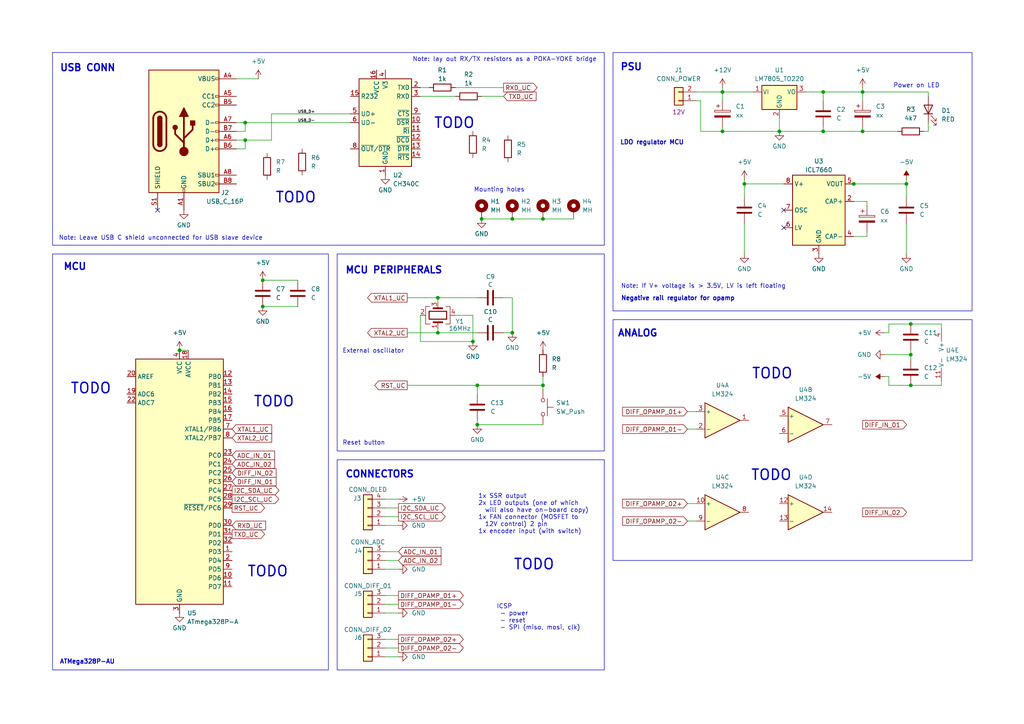
<source format=kicad_sch>
(kicad_sch (version 20231120) (generator "eeschema") (generator_version "8.0")
  (paper "A4")
  (lib_symbols
    (symbol "Amplifier_Operational:LM324" (pin_names (offset 0.127))
      (property "Reference" "U" (at 0 5.08 0))
      (property "Value" "LM324" (at 0 -5.08 0))
      (symbol "LM324_1_1"
        (pin output line (at 7.62 0 180) (length 2.54) (name "~") (number "1"))
        (pin input line (at -7.62 -2.54 0) (length 2.54) (name "-") (number "2"))
        (pin input line (at -7.62 2.54 0) (length 2.54) (name "+") (number "3"))
      )
      (symbol "LM324_2_1"
        (pin input line (at -7.62 2.54 0) (length 2.54) (name "+") (number "5"))
        (pin input line (at -7.62 -2.54 0) (length 2.54) (name "-") (number "6"))
        (pin output line (at 7.62 0 180) (length 2.54) (name "~") (number "7"))
      )
      (symbol "LM324_3_1"
        (pin input line (at -7.62 2.54 0) (length 2.54) (name "+") (number "10"))
        (pin output line (at 7.62 0 180) (length 2.54) (name "~") (number "8"))
        (pin input line (at -7.62 -2.54 0) (length 2.54) (name "-") (number "9"))
      )
      (symbol "LM324_4_1"
        (pin input line (at -7.62 2.54 0) (length 2.54) (name "+") (number "12"))
        (pin input line (at -7.62 -2.54 0) (length 2.54) (name "-") (number "13"))
        (pin output line (at 7.62 0 180) (length 2.54) (name "~") (number "14"))
      )
      (symbol "LM324_5_1"
        (pin power_in line (at -2.54 -7.62 90) (length 3.81) (name "V-") (number "11"))
        (pin power_in line (at -2.54 7.62 270) (length 3.81) (name "V+") (number "4"))
      )
    )
    (symbol "Connector:USB_C_Receptacle_USB2.0_16P" (pin_names (offset 1.016))
      (property "Reference" "J" (at 0 22.225 0))
      (property "Value" "USB_C_Receptacle_USB2.0_16P" (at 0 19.685 0))
      (symbol "USB_C_Receptacle_USB2.0_16P_1_1"
        (pin passive line (at 0 -22.86 90) (length 5.08) (name "GND") (number "A1"))
        (pin passive line (at 0 -22.86 90) (length 5.08) hide (name "GND") (number "A12"))
        (pin passive line (at 15.24 15.24 180) (length 5.08) (name "VBUS") (number "A4"))
        (pin bidirectional line (at 15.24 10.16 180) (length 5.08) (name "CC1") (number "A5"))
        (pin bidirectional line (at 15.24 -2.54 180) (length 5.08) (name "D+") (number "A6"))
        (pin bidirectional line (at 15.24 2.54 180) (length 5.08) (name "D-") (number "A7"))
        (pin bidirectional line (at 15.24 -12.7 180) (length 5.08) (name "SBU1") (number "A8"))
        (pin passive line (at 15.24 15.24 180) (length 5.08) hide (name "VBUS") (number "A9"))
        (pin passive line (at 0 -22.86 90) (length 5.08) hide (name "GND") (number "B1"))
        (pin passive line (at 0 -22.86 90) (length 5.08) hide (name "GND") (number "B12"))
        (pin passive line (at 15.24 15.24 180) (length 5.08) hide (name "VBUS") (number "B4"))
        (pin bidirectional line (at 15.24 7.62 180) (length 5.08) (name "CC2") (number "B5"))
        (pin bidirectional line (at 15.24 -5.08 180) (length 5.08) (name "D+") (number "B6"))
        (pin bidirectional line (at 15.24 0 180) (length 5.08) (name "D-") (number "B7"))
        (pin bidirectional line (at 15.24 -15.24 180) (length 5.08) (name "SBU2") (number "B8"))
        (pin passive line (at 15.24 15.24 180) (length 5.08) hide (name "VBUS") (number "B9"))
        (pin passive line (at -7.62 -22.86 90) (length 5.08) (name "SHIELD") (number "S1"))
      )
    )
    (symbol "Connector_Generic:Conn_01x02" (pin_names (offset 1.016) hide)
      (property "Reference" "J" (at 0 2.54 0))
      (property "Value" "Conn_01x02" (at 0 -5.08 0))
      (symbol "Conn_01x02_1_1"
        (pin passive line (at -5.08 0 0) (length 3.81) (name "Pin_1") (number "1"))
        (pin passive line (at -5.08 -2.54 0) (length 3.81) (name "Pin_2") (number "2"))
      )
    )
    (symbol "Connector_Generic:Conn_01x03" (pin_names (offset 1.016) hide)
      (property "Reference" "J" (at 0 5.08 0))
      (property "Value" "Conn_01x03" (at 0 -5.08 0))
      (symbol "Conn_01x03_1_1"
        (pin passive line (at -5.08 2.54 0) (length 3.81) (name "Pin_1") (number "1"))
        (pin passive line (at -5.08 0 0) (length 3.81) (name "Pin_2") (number "2"))
        (pin passive line (at -5.08 -2.54 0) (length 3.81) (name "Pin_3") (number "3"))
      )
    )
    (symbol "Connector_Generic:Conn_01x04" (pin_names (offset 1.016) hide)
      (property "Reference" "J" (at 0 5.08 0))
      (property "Value" "Conn_01x04" (at 0 -7.62 0))
      (symbol "Conn_01x04_1_1"
        (pin passive line (at -5.08 2.54 0) (length 3.81) (name "Pin_1") (number "1"))
        (pin passive line (at -5.08 0 0) (length 3.81) (name "Pin_2") (number "2"))
        (pin passive line (at -5.08 -2.54 0) (length 3.81) (name "Pin_3") (number "3"))
        (pin passive line (at -5.08 -5.08 0) (length 3.81) (name "Pin_4") (number "4"))
      )
    )
    (symbol "Device:C" (pin_numbers hide) (pin_names (offset 0.254))
      (property "Reference" "C" (at 0.635 2.54 0))
      (property "Value" "C" (at 0.635 -2.54 0))
      (symbol "C_1_1"
        (pin passive line (at 0 3.81 270) (length 2.794) (name "~") (number "1"))
        (pin passive line (at 0 -3.81 90) (length 2.794) (name "~") (number "2"))
      )
    )
    (symbol "Device:C_Polarized" (pin_numbers hide) (pin_names (offset 0.254))
      (property "Reference" "C" (at 0.635 2.54 0))
      (property "Value" "C_Polarized" (at 0.635 -2.54 0))
      (symbol "C_Polarized_1_1"
        (pin passive line (at 0 3.81 270) (length 2.794) (name "~") (number "1"))
        (pin passive line (at 0 -3.81 90) (length 2.794) (name "~") (number "2"))
      )
    )
    (symbol "Device:Crystal_GND24" (pin_names (offset 1.016) hide)
      (property "Reference" "Y" (at 3.175 5.08 0))
      (property "Value" "Crystal_GND24" (at 3.175 3.175 0))
      (symbol "Crystal_GND24_1_1"
        (pin passive line (at -3.81 0 0) (length 1.27) (name "1") (number "1"))
        (pin passive line (at 0 5.08 270) (length 1.27) (name "2") (number "2"))
        (pin passive line (at 3.81 0 180) (length 1.27) (name "3") (number "3"))
        (pin passive line (at 0 -5.08 90) (length 1.27) (name "4") (number "4"))
      )
    )
    (symbol "Device:LED" (pin_numbers hide) (pin_names (offset 1.016) hide)
      (property "Reference" "D" (at 0 2.54 0))
      (property "Value" "LED" (at 0 -2.54 0))
      (symbol "LED_1_1"
        (pin passive line (at -3.81 0 0) (length 2.54) (name "K") (number "1"))
        (pin passive line (at 3.81 0 180) (length 2.54) (name "A") (number "2"))
      )
    )
    (symbol "Device:R" (pin_numbers hide) (pin_names (offset 0))
      (property "Reference" "R" (at 2.032 0 90))
      (property "Value" "R" (at 0 0 90))
      (symbol "R_1_1"
        (pin passive line (at 0 3.81 270) (length 1.27) (name "~") (number "1"))
        (pin passive line (at 0 -3.81 90) (length 1.27) (name "~") (number "2"))
      )
    )
    (symbol "Interface_USB:CH340C"
      (property "Reference" "U" (at -5.08 13.97 0))
      (property "Value" "CH340C" (at 1.27 13.97 0))
      (symbol "CH340C_1_1"
        (pin power_in line (at 0 -15.24 90) (length 2.54) (name "GND") (number "1"))
        (pin input line (at 10.16 0 180) (length 2.54) (name "~{DSR}") (number "10"))
        (pin input line (at 10.16 -2.54 180) (length 2.54) (name "~{RI}") (number "11"))
        (pin input line (at 10.16 -5.08 180) (length 2.54) (name "~{DCD}") (number "12"))
        (pin output line (at 10.16 -7.62 180) (length 2.54) (name "~{DTR}") (number "13"))
        (pin output line (at 10.16 -10.16 180) (length 2.54) (name "~{RTS}") (number "14"))
        (pin input line (at -10.16 7.62 0) (length 2.54) (name "R232") (number "15"))
        (pin power_in line (at -2.54 15.24 270) (length 2.54) (name "VCC") (number "16"))
        (pin output line (at 10.16 10.16 180) (length 2.54) (name "TXD") (number "2"))
        (pin input line (at 10.16 7.62 180) (length 2.54) (name "RXD") (number "3"))
        (pin power_out line (at 0 15.24 270) (length 2.54) (name "V3") (number "4"))
        (pin bidirectional line (at -10.16 2.54 0) (length 2.54) (name "UD+") (number "5"))
        (pin bidirectional line (at -10.16 0 0) (length 2.54) (name "UD-") (number "6"))
        (pin no_connect line (at -7.62 -5.08 0) (length 2.54) hide (name "NC") (number "7"))
        (pin output line (at -10.16 -7.62 0) (length 2.54) (name "~{OUT}/~{DTR}") (number "8"))
        (pin input line (at 10.16 2.54 180) (length 2.54) (name "~{CTS}") (number "9"))
      )
    )
    (symbol "MCU_Microchip_ATmega:ATmega328P-A"
      (property "Reference" "U" (at -12.7 36.83 0))
      (property "Value" "ATmega328P-A" (at 2.54 -36.83 0))
      (symbol "ATmega328P-A_1_1"
        (pin bidirectional line (at 15.24 -20.32 180) (length 2.54) (name "PD3") (number "1"))
        (pin bidirectional line (at 15.24 -27.94 180) (length 2.54) (name "PD6") (number "10"))
        (pin bidirectional line (at 15.24 -30.48 180) (length 2.54) (name "PD7") (number "11"))
        (pin bidirectional line (at 15.24 30.48 180) (length 2.54) (name "PB0") (number "12"))
        (pin bidirectional line (at 15.24 27.94 180) (length 2.54) (name "PB1") (number "13"))
        (pin bidirectional line (at 15.24 25.4 180) (length 2.54) (name "PB2") (number "14"))
        (pin bidirectional line (at 15.24 22.86 180) (length 2.54) (name "PB3") (number "15"))
        (pin bidirectional line (at 15.24 20.32 180) (length 2.54) (name "PB4") (number "16"))
        (pin bidirectional line (at 15.24 17.78 180) (length 2.54) (name "PB5") (number "17"))
        (pin power_in line (at 2.54 38.1 270) (length 2.54) (name "AVCC") (number "18"))
        (pin input line (at -15.24 25.4 0) (length 2.54) (name "ADC6") (number "19"))
        (pin bidirectional line (at 15.24 -22.86 180) (length 2.54) (name "PD4") (number "2"))
        (pin passive line (at -15.24 30.48 0) (length 2.54) (name "AREF") (number "20"))
        (pin passive line (at 0 -38.1 90) (length 2.54) hide (name "GND") (number "21"))
        (pin input line (at -15.24 22.86 0) (length 2.54) (name "ADC7") (number "22"))
        (pin bidirectional line (at 15.24 7.62 180) (length 2.54) (name "PC0") (number "23"))
        (pin bidirectional line (at 15.24 5.08 180) (length 2.54) (name "PC1") (number "24"))
        (pin bidirectional line (at 15.24 2.54 180) (length 2.54) (name "PC2") (number "25"))
        (pin bidirectional line (at 15.24 0 180) (length 2.54) (name "PC3") (number "26"))
        (pin bidirectional line (at 15.24 -2.54 180) (length 2.54) (name "PC4") (number "27"))
        (pin bidirectional line (at 15.24 -5.08 180) (length 2.54) (name "PC5") (number "28"))
        (pin bidirectional line (at 15.24 -7.62 180) (length 2.54) (name "~{RESET}/PC6") (number "29"))
        (pin power_in line (at 0 -38.1 90) (length 2.54) (name "GND") (number "3"))
        (pin bidirectional line (at 15.24 -12.7 180) (length 2.54) (name "PD0") (number "30"))
        (pin bidirectional line (at 15.24 -15.24 180) (length 2.54) (name "PD1") (number "31"))
        (pin bidirectional line (at 15.24 -17.78 180) (length 2.54) (name "PD2") (number "32"))
        (pin power_in line (at 0 38.1 270) (length 2.54) (name "VCC") (number "4"))
        (pin passive line (at 0 -38.1 90) (length 2.54) hide (name "GND") (number "5"))
        (pin passive line (at 0 38.1 270) (length 2.54) hide (name "VCC") (number "6"))
        (pin bidirectional line (at 15.24 15.24 180) (length 2.54) (name "XTAL1/PB6") (number "7"))
        (pin bidirectional line (at 15.24 12.7 180) (length 2.54) (name "XTAL2/PB7") (number "8"))
        (pin bidirectional line (at 15.24 -25.4 180) (length 2.54) (name "PD5") (number "9"))
      )
    )
    (symbol "Mechanical:MountingHole_Pad" (pin_numbers hide) (pin_names (offset 1.016) hide) (exclude_from_sim yes) (in_bom no)
      (property "Reference" "H" (at 0 6.35 0))
      (property "Value" "MountingHole_Pad" (at 0 4.445 0))
      (symbol "MountingHole_Pad_1_1"
        (pin input line (at 0 -2.54 90) (length 2.54) (name "1") (number "1"))
      )
    )
    (symbol "Regulator_Linear:LM7805_TO220" (pin_names (offset 0.254))
      (property "Reference" "U" (at -3.81 3.175 0))
      (property "Value" "LM7805_TO220" (at 0 3.175 0))
      (symbol "LM7805_TO220_1_1"
        (pin power_in line (at -7.62 0 0) (length 2.54) (name "VI") (number "1"))
        (pin power_in line (at 0 -7.62 90) (length 2.54) (name "GND") (number "2"))
        (pin power_out line (at 7.62 0 180) (length 2.54) (name "VO") (number "3"))
      )
    )
    (symbol "Regulator_SwitchedCapacitor:ICL7660"
      (property "Reference" "U" (at -6.35 11.43 0))
      (property "Value" "ICL7660" (at 3.81 11.43 0))
      (symbol "ICL7660_1_1"
        (pin no_connect line (at -7.62 5.08 0) (length 2.54) hide (name "NC") (number "1"))
        (pin input line (at 10.16 2.54 180) (length 2.54) (name "CAP+") (number "2"))
        (pin power_in line (at 0 -12.7 90) (length 2.54) (name "GND") (number "3"))
        (pin input line (at 10.16 -7.62 180) (length 2.54) (name "CAP-") (number "4"))
        (pin power_out line (at 10.16 7.62 180) (length 2.54) (name "VOUT") (number "5"))
        (pin input line (at -10.16 -5.08 0) (length 2.54) (name "LV") (number "6"))
        (pin input line (at -10.16 0 0) (length 2.54) (name "OSC") (number "7"))
        (pin power_in line (at -10.16 7.62 0) (length 2.54) (name "V+") (number "8"))
      )
    )
    (symbol "Switch:SW_Push" (pin_numbers hide) (pin_names (offset 1.016) hide)
      (property "Reference" "SW" (at 1.27 2.54 0))
      (property "Value" "SW_Push" (at 0 -1.524 0))
      (symbol "SW_Push_0_1"
        (pin passive line (at -5.08 0 0) (length 2.54) (name "1") (number "1"))
        (pin passive line (at 5.08 0 180) (length 2.54) (name "2") (number "2"))
      )
    )
    (symbol "power:+12V" (power) (pin_numbers hide) (pin_names (offset 0) hide)
      (property "Value" "+12V" (at 0 3.556 0))
      (symbol "+12V_1_1"
        (pin power_in line (at 0 0 90) (length 0) (name "~") (number "1"))
      )
    )
    (symbol "power:+5V" (power) (pin_numbers hide) (pin_names (offset 0) hide)
      (property "Value" "+5V" (at 0 3.556 0))
      (symbol "+5V_1_1"
        (pin power_in line (at 0 0 90) (length 0) (name "~") (number "1"))
      )
    )
    (symbol "power:-5V" (power) (pin_numbers hide) (pin_names (offset 0) hide)
      (property "Value" "-5V" (at 0 3.556 0))
      (symbol "-5V_0_0"
        (pin power_in line (at 0 0 90) (length 0) (name "~") (number "1"))
      )
    )
    (symbol "power:GND" (power) (pin_numbers hide) (pin_names (offset 0) hide)
      (property "Value" "GND" (at 0 -3.81 0))
      (symbol "GND_1_1"
        (pin power_in line (at 0 0 270) (length 0) (name "~") (number "1"))
      )
    )
  )
  (junction (at 250.19 26.67))
  (junction (at 157.48 111.76))
  (junction (at 262.89 53.34))
  (junction (at 264.16 111.76))
  (junction (at 127 86.36))
  (junction (at 226.06 38.1))
  (junction (at 138.43 123.19))
  (junction (at 264.16 102.87))
  (junction (at 52.07 101.6))
  (junction (at 209.55 38.1))
  (junction (at 76.2 88.9))
  (junction (at 148.59 63.5))
  (junction (at 238.76 38.1))
  (junction (at 137.16 99.06))
  (junction (at 264.16 93.98))
  (junction (at 139.7 63.5))
  (junction (at 127 96.52))
  (junction (at 250.19 38.1))
  (junction (at 238.76 26.67))
  (junction (at 71.12 40.64))
  (junction (at 148.59 96.52))
  (junction (at 247.65 53.34))
  (junction (at 76.2 81.28))
  (junction (at 157.48 63.5))
  (junction (at 138.43 111.76))
  (junction (at 209.55 26.67))
  (junction (at 215.9 53.34))
  (junction (at 71.12 35.56))
  (no_connect (at 227.33 66.04))
  (no_connect (at 45.72 60.96))
  (no_connect (at 227.33 60.96))
  (wire (pts (xy 250.19 38.1) (xy 260.35 38.1)))
  (wire (pts (xy 257.81 109.22) (xy 257.81 111.76)))
  (wire (pts (xy 101.6 33.02) (xy 78.74 33.02)))
  (wire (pts (xy 146.05 25.4) (xy 132.08 25.4)))
  (wire (pts (xy 138.43 123.19) (xy 138.43 121.92)))
  (wire (pts (xy 118.11 96.52) (xy 127 96.52)))
  (wire (pts (xy 209.55 25.4) (xy 209.55 26.67)))
  (wire (pts (xy 199.39 124.46) (xy 201.93 124.46)))
  (wire (pts (xy 238.76 38.1) (xy 238.76 36.83)))
  (wire (pts (xy 199.39 151.13) (xy 201.93 151.13)))
  (wire (pts (xy 250.19 36.83) (xy 250.19 38.1)))
  (wire (pts (xy 273.05 93.98) (xy 273.05 95.25)))
  (wire (pts (xy 215.9 53.34) (xy 227.33 53.34)))
  (wire (pts (xy 76.2 81.28) (xy 86.36 81.28)))
  (wire (pts (xy 246.38 53.34) (xy 247.65 53.34)))
  (wire (pts (xy 262.89 53.34) (xy 262.89 52.07)))
  (wire (pts (xy 226.06 38.1) (xy 209.55 38.1)))
  (wire (pts (xy 146.05 96.52) (xy 148.59 96.52)))
  (wire (pts (xy 256.54 96.52) (xy 257.81 96.52)))
  (wire (pts (xy 121.92 91.44) (xy 121.92 99.06)))
  (wire (pts (xy 269.24 26.67) (xy 269.24 27.94)))
  (wire (pts (xy 226.06 34.29) (xy 226.06 38.1)))
  (wire (pts (xy 215.9 73.66) (xy 215.9 64.77)))
  (wire (pts (xy 250.19 38.1) (xy 238.76 38.1)))
  (wire (pts (xy 251.46 58.42) (xy 251.46 59.69)))
  (wire (pts (xy 127 96.52) (xy 138.43 96.52)))
  (wire (pts (xy 121.92 99.06) (xy 137.16 99.06)))
  (wire (pts (xy 251.46 68.58) (xy 247.65 68.58)))
  (wire (pts (xy 71.12 35.56) (xy 71.12 38.1)))
  (wire (pts (xy 257.81 93.98) (xy 264.16 93.98)))
  (wire (pts (xy 118.11 86.36) (xy 127 86.36)))
  (wire (pts (xy 262.89 53.34) (xy 262.89 57.15)))
  (wire (pts (xy 148.59 86.36) (xy 148.59 96.52)))
  (wire (pts (xy 111.76 185.42) (xy 115.57 185.42)))
  (wire (pts (xy 111.76 149.86) (xy 115.57 149.86)))
  (wire (pts (xy 132.08 27.94) (xy 121.92 27.94)))
  (wire (pts (xy 251.46 67.31) (xy 251.46 68.58)))
  (wire (pts (xy 262.89 73.66) (xy 262.89 64.77)))
  (wire (pts (xy 264.16 104.14) (xy 264.16 102.87)))
  (wire (pts (xy 215.9 53.34) (xy 215.9 57.15)))
  (wire (pts (xy 157.48 109.22) (xy 157.48 111.76)))
  (wire (pts (xy 78.74 33.02) (xy 78.74 40.64)))
  (wire (pts (xy 111.76 152.4) (xy 115.57 152.4)))
  (wire (pts (xy 209.55 26.67) (xy 209.55 29.21)))
  (wire (pts (xy 71.12 35.56) (xy 101.6 35.56)))
  (wire (pts (xy 264.16 111.76) (xy 273.05 111.76)))
  (wire (pts (xy 138.43 111.76) (xy 138.43 114.3)))
  (wire (pts (xy 148.59 63.5) (xy 157.48 63.5)))
  (wire (pts (xy 137.16 91.44) (xy 132.08 91.44)))
  (wire (pts (xy 68.58 43.18) (xy 71.12 43.18)))
  (wire (pts (xy 124.46 25.4) (xy 121.92 25.4)))
  (wire (pts (xy 264.16 102.87) (xy 264.16 101.6)))
  (wire (pts (xy 157.48 111.76) (xy 157.48 113.03)))
  (wire (pts (xy 76.2 88.9) (xy 86.36 88.9)))
  (wire (pts (xy 238.76 38.1) (xy 226.06 38.1)))
  (wire (pts (xy 264.16 93.98) (xy 273.05 93.98)))
  (wire (pts (xy 209.55 38.1) (xy 209.55 36.83)))
  (wire (pts (xy 137.16 99.06) (xy 137.16 91.44)))
  (wire (pts (xy 215.9 52.07) (xy 215.9 53.34)))
  (wire (pts (xy 146.05 86.36) (xy 148.59 86.36)))
  (wire (pts (xy 68.58 38.1) (xy 71.12 38.1)))
  (wire (pts (xy 250.19 26.67) (xy 250.19 25.4)))
  (wire (pts (xy 111.76 162.56) (xy 115.57 162.56)))
  (wire (pts (xy 201.93 29.21) (xy 203.2 29.21)))
  (wire (pts (xy 257.81 111.76) (xy 264.16 111.76)))
  (wire (pts (xy 111.76 177.8) (xy 115.57 177.8)))
  (wire (pts (xy 78.74 40.64) (xy 71.12 40.64)))
  (wire (pts (xy 74.93 22.86) (xy 68.58 22.86)))
  (wire (pts (xy 139.7 63.5) (xy 148.59 63.5)))
  (wire (pts (xy 273.05 111.76) (xy 273.05 110.49)))
  (wire (pts (xy 233.68 26.67) (xy 238.76 26.67)))
  (wire (pts (xy 138.43 123.19) (xy 157.48 123.19)))
  (wire (pts (xy 118.11 111.76) (xy 138.43 111.76)))
  (wire (pts (xy 52.07 101.6) (xy 54.61 101.6)))
  (wire (pts (xy 199.39 146.05) (xy 201.93 146.05)))
  (wire (pts (xy 111.76 187.96) (xy 115.57 187.96)))
  (wire (pts (xy 267.97 38.1) (xy 269.24 38.1)))
  (wire (pts (xy 111.76 144.78) (xy 115.57 144.78)))
  (wire (pts (xy 247.65 53.34) (xy 262.89 53.34)))
  (wire (pts (xy 247.65 58.42) (xy 251.46 58.42)))
  (wire (pts (xy 203.2 29.21) (xy 203.2 38.1)))
  (wire (pts (xy 250.19 26.67) (xy 250.19 29.21)))
  (wire (pts (xy 111.76 165.1) (xy 115.57 165.1)))
  (wire (pts (xy 209.55 26.67) (xy 218.44 26.67)))
  (wire (pts (xy 111.76 147.32) (xy 115.57 147.32)))
  (wire (pts (xy 238.76 26.67) (xy 250.19 26.67)))
  (wire (pts (xy 199.39 119.38) (xy 201.93 119.38)))
  (wire (pts (xy 138.43 111.76) (xy 157.48 111.76)))
  (wire (pts (xy 111.76 160.02) (xy 115.57 160.02)))
  (wire (pts (xy 250.19 26.67) (xy 269.24 26.67)))
  (wire (pts (xy 111.76 190.5) (xy 115.57 190.5)))
  (wire (pts (xy 256.54 102.87) (xy 264.16 102.87)))
  (wire (pts (xy 71.12 40.64) (xy 71.12 43.18)))
  (wire (pts (xy 68.58 40.64) (xy 71.12 40.64)))
  (wire (pts (xy 111.76 175.26) (xy 115.57 175.26)))
  (wire (pts (xy 269.24 35.56) (xy 269.24 38.1)))
  (wire (pts (xy 257.81 96.52) (xy 257.81 93.98)))
  (wire (pts (xy 238.76 26.67) (xy 238.76 29.21)))
  (wire (pts (xy 111.76 172.72) (xy 115.57 172.72)))
  (wire (pts (xy 203.2 38.1) (xy 209.55 38.1)))
  (wire (pts (xy 68.58 35.56) (xy 71.12 35.56)))
  (wire (pts (xy 256.54 109.22) (xy 257.81 109.22)))
  (wire (pts (xy 127 86.36) (xy 127 87.63)))
  (wire (pts (xy 157.48 63.5) (xy 166.37 63.5)))
  (wire (pts (xy 127 86.36) (xy 138.43 86.36)))
  (wire (pts (xy 127 95.25) (xy 127 96.52)))
  (wire (pts (xy 201.93 26.67) (xy 209.55 26.67)))
  (wire (pts (xy 146.05 27.94) (xy 139.7 27.94)))
  (rectangle (start 97.79 133.35) (end 175.26 194.31))
  (rectangle (start 97.79 73.66) (end 175.26 130.81))
  (rectangle (start 177.8 92.71) (end 281.94 162.56))
  (rectangle (start 15.24 15.24) (end 175.26 71.12))
  (rectangle (start 15.24 73.66) (end 95.25 194.31))
  (rectangle (start 177.8 15.24) (end 281.94 90.17))
  (text "Negative rail regulator for opamp" (at 180.086 87.376 0) (effects (font (size 1.27 1.27) (thickness 0.254) (bold yes)) (justify left bottom)))
  (text "Note: If V+ voltage is > 3.5V, LV is left floating" (at 180.086 83.82 0) (effects (font (size 1.27 1.27)) (justify left bottom)))
  (text "CONNECTORS" (at 100.076 137.668 0) (effects (font (size 2 2) (thickness 0.4) (bold yes)) (justify left)))
  (text "TODO" (at 79.756 57.404 0) (effects (font (size 3 3) (thickness 0.4) (bold yes)) (justify left)))
  (text "ATMega328P-AU" (at 17.272 192.786 0) (effects (font (size 1.27 1.27) (thickness 0.254) (bold yes)) (justify left bottom)))
  (text "Note: lay out RX/TX resistors as a POKA-YOKE bridge" (at 119.634 18.034 0) (effects (font (size 1.27 1.27)) (justify left bottom)))
  (text "ICSP\n - power\n - reset\n - SPI (miso, mosi, clk)" (at 144.018 175.26 0) (effects (font (size 1.27 1.27)) (justify left top)))
  (text "LDO regulator MCU" (at 179.832 42.164 0) (effects (font (size 1.27 1.27) (thickness 0.254) (bold yes)) (justify left bottom)))
  (text "MCU PERIPHERALS" (at 100.076 78.486 0) (effects (font (size 2 2) (thickness 0.4) (bold yes)) (justify left)))
  (text "TODO" (at 71.628 165.862 0) (effects (font (size 3 3) (thickness 0.4) (bold yes)) (justify left)))
  (text "TODO" (at 73.406 116.586 0) (effects (font (size 3 3) (thickness 0.4) (bold yes)) (justify left)))
  (text "ANALOG" (at 179.07 96.774 0) (effects (font (size 2 2) (thickness 0.4) (bold yes)) (justify left)))
  (text "Power on LED" (at 259.08 25.654 0) (effects (font (size 1.27 1.27)) (justify left bottom)))
  (text "TODO" (at 20.32 112.776 0) (effects (font (size 3 3) (thickness 0.4) (bold yes)) (justify left)))
  (text "PSU" (at 179.832 19.558 0) (effects (font (size 2 2) (thickness 0.4) (bold yes)) (justify left)))
  (text "USB CONN" (at 17.272 19.812 0) (effects (font (size 2 2) (thickness 0.4) (bold yes)) (justify left)))
  (text "Reset button" (at 99.314 129.286 0) (effects (font (size 1.27 1.27)) (justify left bottom)))
  (text "1x SSR output\n2x LED outputs (one of which \n  will also have on-board copy)\n1x FAN connector (MOSFET to \n  12V control) 2 pin\n1x encoder input (with switch)" (at 138.684 143.256 0) (effects (font (size 1.27 1.27)) (justify left top)))
  (text "Note: Leave USB C shield unconnected for USB slave device" (at 17.018 69.85 0) (effects (font (size 1.27 1.27)) (justify left bottom)))
  (text "TODO" (at 148.844 163.83 0) (effects (font (size 3 3) (thickness 0.4) (bold yes)) (justify left)))
  (text "Mounting holes" (at 137.414 55.88 0) (effects (font (size 1.27 1.27)) (justify left bottom)))
  (text "TODO" (at 217.932 108.458 0) (effects (font (size 3 3) (thickness 0.4) (bold yes)) (justify left)))
  (text "External oscillator" (at 99.314 102.616 0) (effects (font (size 1.27 1.27)) (justify left bottom)))
  (text "MCU" (at 18.288 77.47 0) (effects (font (size 2 2) (thickness 0.4) (bold yes)) (justify left)))
  (text "TODO" (at 125.73 35.814 0) (effects (font (size 3 3) (thickness 0.4) (bold yes)) (justify left)))
  (text "TODO" (at 217.678 137.922 0) (effects (font (size 3 3) (thickness 0.4) (bold yes)) (justify left)))
  (label "USB_D+" (at 86.36 33.02 0) (effects (font (size 0.8 0.8))))
  (label "USB_D-" (at 86.36 35.56 0) (effects (font (size 0.8 0.8))))
  (global_label "DIFF_OPAMP_02+" (shape output) (at 115.57 185.42 0) (property "Intersheetrefs" "${INTERSHEET_REFS}" (effects (hide yes))))
  (global_label "I2C_SDA_UC" (shape output) (at 67.31 142.24 0) (property "Intersheetrefs" "${INTERSHEET_REFS}" (effects (hide yes))))
  (global_label "XTAL2_UC" (shape input) (at 67.31 127 0) (property "Intersheetrefs" "${INTERSHEET_REFS}" (effects (hide yes))))
  (global_label "DIFF_IN_02" (shape output) (at 250.19 148.59 0) (property "Intersheetrefs" "${INTERSHEET_REFS}" (effects (hide yes))))
  (global_label "ADC_IN_02" (shape input) (at 67.31 134.62 0) (property "Intersheetrefs" "${INTERSHEET_REFS}" (effects (hide yes))))
  (global_label "ADC_IN_02" (shape input) (at 115.57 162.56 0) (property "Intersheetrefs" "${INTERSHEET_REFS}" (effects (hide yes))))
  (global_label "I2C_SCL_UC" (shape output) (at 67.31 144.78 0) (property "Intersheetrefs" "${INTERSHEET_REFS}" (effects (hide yes))))
  (global_label "DIFF_IN_01" (shape output) (at 250.19 123.19 0) (property "Intersheetrefs" "${INTERSHEET_REFS}" (effects (hide yes))))
  (global_label "DIFF_OPAMP_01+" (shape input) (at 199.39 119.38 180) (property "Intersheetrefs" "${INTERSHEET_REFS}" (effects (hide yes))))
  (global_label "ADC_IN_01" (shape input) (at 115.57 160.02 0) (property "Intersheetrefs" "${INTERSHEET_REFS}" (effects (hide yes))))
  (global_label "I2C_SDA_UC" (shape output) (at 115.57 147.32 0) (property "Intersheetrefs" "${INTERSHEET_REFS}" (effects (hide yes))))
  (global_label "RST_UC" (shape output) (at 67.31 147.32 0) (property "Intersheetrefs" "${INTERSHEET_REFS}" (effects (hide yes))))
  (global_label "RST_UC" (shape output) (at 118.11 111.76 180) (property "Intersheetrefs" "${INTERSHEET_REFS}" (effects (hide yes))))
  (global_label "I2C_SCL_UC" (shape output) (at 115.57 149.86 0) (property "Intersheetrefs" "${INTERSHEET_REFS}" (effects (hide yes))))
  (global_label "XTAL1_UC" (shape input) (at 67.31 124.46 0) (property "Intersheetrefs" "${INTERSHEET_REFS}" (effects (hide yes))))
  (global_label "TXD_UC" (shape output) (at 67.31 154.94 0) (property "Intersheetrefs" "${INTERSHEET_REFS}" (effects (hide yes))))
  (global_label "TXD_UC" (shape input) (at 146.05 27.94 0) (property "Intersheetrefs" "${INTERSHEET_REFS}" (effects (hide yes))))
  (global_label "DIFF_OPAMP_02-" (shape input) (at 199.39 151.13 180) (property "Intersheetrefs" "${INTERSHEET_REFS}" (effects (hide yes))))
  (global_label "DIFF_IN_02" (shape input) (at 67.31 137.16 0) (property "Intersheetrefs" "${INTERSHEET_REFS}" (effects (hide yes))))
  (global_label "XTAL1_UC" (shape output) (at 118.11 86.36 180) (property "Intersheetrefs" "${INTERSHEET_REFS}" (effects (hide yes))))
  (global_label "DIFF_OPAMP_01+" (shape output) (at 115.57 172.72 0) (property "Intersheetrefs" "${INTERSHEET_REFS}" (effects (hide yes))))
  (global_label "DIFF_OPAMP_02-" (shape output) (at 115.57 187.96 0) (property "Intersheetrefs" "${INTERSHEET_REFS}" (effects (hide yes))))
  (global_label "ADC_IN_01" (shape input) (at 67.31 132.08 0) (property "Intersheetrefs" "${INTERSHEET_REFS}" (effects (hide yes))))
  (global_label "RXD_UC" (shape input) (at 67.31 152.4 0) (property "Intersheetrefs" "${INTERSHEET_REFS}" (effects (hide yes))))
  (global_label "DIFF_OPAMP_02+" (shape input) (at 199.39 146.05 180) (property "Intersheetrefs" "${INTERSHEET_REFS}" (effects (hide yes))))
  (global_label "XTAL2_UC" (shape output) (at 118.11 96.52 180) (property "Intersheetrefs" "${INTERSHEET_REFS}" (effects (hide yes))))
  (global_label "DIFF_OPAMP_01-" (shape output) (at 115.57 175.26 0) (property "Intersheetrefs" "${INTERSHEET_REFS}" (effects (hide yes))))
  (global_label "RXD_UC" (shape output) (at 146.05 25.4 0) (property "Intersheetrefs" "${INTERSHEET_REFS}" (effects (hide yes))))
  (global_label "DIFF_IN_01" (shape input) (at 67.31 139.7 0) (property "Intersheetrefs" "${INTERSHEET_REFS}" (effects (hide yes))))
  (global_label "DIFF_OPAMP_01-" (shape input) (at 199.39 124.46 180) (property "Intersheetrefs" "${INTERSHEET_REFS}" (effects (hide yes))))
  (symbol (lib_id "Device:C") (at 238.76 33.02 0) (unit 1)
    (property "Reference" "C2" (at 242.57 31.7499 0) (effects (justify left)))
    (property "Value" "C" (at 242.57 34.2899 0) (effects (justify left)))
    (property "Footprint" "Capacitor_SMD:C_0805_2012Metric" (effects (hide yes)))
    (property "Description" "Unpolarized capacitor" (effects (hide yes)))
  )
  (symbol (lib_id "Device:C") (at 142.24 86.36 270) (unit 1)
    (property "Reference" "C9" (at 142.24 80.264 90))
    (property "Value" "C" (at 142.24 82.55 90))
    (property "Footprint" "Capacitor_SMD:C_0805_2012Metric" (effects (hide yes)))
    (property "Description" "Unpolarized capacitor" (effects (hide yes)))
  )
  (symbol (lib_id "power:GND") (at 111.76 50.8 0) (unit 1)
    (property "Reference" "#PWR05" (effects (hide yes)))
    (property "Value" "GND" (at 111.76 55.1288 0))
    (property "Description" "Power symbol creates a global label with name \"GND\" , ground" (effects (hide yes)))
  )
  (symbol (lib_id "Device:C") (at 138.43 118.11 0) (unit 1)
    (property "Reference" "C13" (at 142.24 116.8399 0) (effects (justify left)))
    (property "Value" "C" (at 142.24 119.3799 0) (effects (justify left)))
    (property "Footprint" "Capacitor_SMD:C_0805_2012Metric" (effects (hide yes)))
    (property "Description" "Unpolarized capacitor" (effects (hide yes)))
  )
  (symbol (lib_id "power:GND") (at 53.34 60.96 0) (unit 1)
    (property "Reference" "#PWR08" (effects (hide yes)))
    (property "Value" "GND" (at 53.34 65.2888 0))
    (property "Description" "Power symbol creates a global label with name \"GND\" , ground" (effects (hide yes)))
  )
  (symbol (lib_id "Amplifier_Operational:LM324") (at 275.59 102.87 0) (unit 5)
    (property "Reference" "U4" (at 274.32 101.5999 0) (effects (justify left)))
    (property "Value" "LM324" (at 274.32 104.1399 0) (effects (justify left)))
    (property "Footprint" "Package_SO:SOIC-14_3.9x8.7mm_P1.27mm" (effects (hide yes)))
    (property "Datasheet" "http://www.ti.com/lit/ds/symlink/lm2902-n.pdf" (effects (hide yes)))
    (property "Description" "Low-Power, Quad-Operational Amplifiers, DIP-14/SOIC-14/SSOP-14" (effects (hide yes)))
  )
  (symbol (lib_id "Device:R") (at 87.63 46.99 0) (unit 1)
    (property "Reference" "R6" (at 90.17 45.7199 0) (effects (justify left)))
    (property "Value" "R" (at 90.17 48.2599 0) (effects (justify left)))
    (property "Footprint" "Resistor_SMD:R_0805_2012Metric" (effects (hide yes)))
    (property "Description" "Resistor" (effects (hide yes)))
  )
  (symbol (lib_id "Amplifier_Operational:LM324") (at 209.55 121.92 0) (unit 1)
    (property "Reference" "U4" (at 209.55 111.76 0))
    (property "Value" "LM324" (at 209.55 114.3 0))
    (property "Footprint" "Package_SO:SOIC-14_3.9x8.7mm_P1.27mm" (effects (hide yes)))
    (property "Datasheet" "http://www.ti.com/lit/ds/symlink/lm2902-n.pdf" (effects (hide yes)))
    (property "Description" "Low-Power, Quad-Operational Amplifiers, DIP-14/SOIC-14/SSOP-14" (effects (hide yes)))
  )
  (symbol (lib_id "Interface_USB:CH340C") (at 111.76 35.56 0) (unit 1)
    (property "Reference" "U2" (at 113.9541 50.8 0) (effects (justify left)))
    (property "Value" "CH340C" (at 113.9541 53.34 0) (effects (justify left)))
    (property "Footprint" "Package_SO:SOIC-16_3.9x9.9mm_P1.27mm" (effects (hide yes)))
    (property "Datasheet" "https://datasheet.lcsc.com/szlcsc/Jiangsu-Qin-Heng-CH340C_C84681.pdf" (effects (hide yes)))
    (property "Description" "USB serial converter, UART, SOIC-16" (effects (hide yes)))
  )
  (symbol (lib_id "power:GND") (at 115.57 152.4 90) (unit 1)
    (property "Reference" "#PWR024" (effects (hide yes)))
    (property "Value" "GND" (at 119.38 152.3999 90) (effects (justify right)))
    (property "Description" "Power symbol creates a global label with name \"GND\" , ground" (effects (hide yes)))
  )
  (symbol (lib_id "Device:R") (at 135.89 27.94 90) (unit 1)
    (property "Reference" "R2" (at 135.89 21.59 90))
    (property "Value" "1k" (at 135.89 24.13 90))
    (property "Footprint" "Resistor_SMD:R_0805_2012Metric" (effects (hide yes)))
    (property "Description" "Resistor" (effects (hide yes)))
  )
  (symbol (lib_id "Device:R") (at 264.16 38.1 270) (unit 1)
    (property "Reference" "R3" (at 264.16 31.75 90))
    (property "Value" "4k7" (at 264.16 34.29 90))
    (property "Footprint" "Resistor_SMD:R_0805_2012Metric" (effects (hide yes)))
    (property "Description" "Resistor" (effects (hide yes)))
  )
  (symbol (lib_id "Mechanical:MountingHole_Pad") (at 166.37 60.96 0) (unit 1) (exclude_from_sim yes) (in_bom no)
    (property "Reference" "H4" (at 168.91 58.4199 0) (effects (justify left)))
    (property "Value" "MH" (at 168.91 60.9599 0) (effects (justify left)))
    (property "Footprint" "MountingHole:MountingHole_3.2mm_M3_Pad_Via" (effects (hide yes)))
    (property "Description" "Mounting Hole with connection" (effects (hide yes)))
  )
  (symbol (lib_id "power:GND") (at 115.57 190.5 90) (unit 1)
    (property "Reference" "#PWR028" (effects (hide yes)))
    (property "Value" "GND" (at 119.38 190.4999 90) (effects (justify right)))
    (property "Description" "Power symbol creates a global label with name \"GND\" , ground" (effects (hide yes)))
  )
  (symbol (lib_id "power:+5V") (at 74.93 22.86 0) (unit 1)
    (property "Reference" "#PWR01" (effects (hide yes)))
    (property "Value" "+5V" (at 74.93 17.78 0))
    (property "Description" "Power symbol creates a global label with name \"+5V\"" (effects (hide yes)))
  )
  (symbol (lib_id "power:GND") (at 256.54 102.87 270) (unit 1)
    (property "Reference" "#PWR020" (effects (hide yes)))
    (property "Value" "GND" (at 252.73 102.8699 90) (effects (justify right)))
    (property "Description" "Power symbol creates a global label with name \"GND\" , ground" (effects (hide yes)))
  )
  (symbol (lib_id "Connector_Generic:Conn_01x04") (at 106.68 149.86 180) (unit 1)
    (property "Reference" "J3" (at 103.632 144.526 0))
    (property "Value" "CONN_OLED" (at 106.68 141.986 0))
    (property "Footprint" "Connector_PinHeader_2.54mm:PinHeader_1x04_P2.54mm_Vertical" (effects (hide yes)))
    (property "Description" "Generic connector, single row, 01x04, script generated (kicad-library-utils/schlib/autogen/connector/)" (effects (hide yes)))
  )
  (symbol (lib_id "Mechanical:MountingHole_Pad") (at 148.59 60.96 0) (unit 1) (exclude_from_sim yes) (in_bom no)
    (property "Reference" "H2" (at 151.13 58.4199 0) (effects (justify left)))
    (property "Value" "MH" (at 151.13 60.9599 0) (effects (justify left)))
    (property "Footprint" "MountingHole:MountingHole_3.2mm_M3_Pad_Via" (effects (hide yes)))
    (property "Description" "Mounting Hole with connection" (effects (hide yes)))
  )
  (symbol (lib_id "Connector_Generic:Conn_01x03") (at 106.68 187.96 180) (unit 1)
    (property "Reference" "J6" (at 103.886 184.912 0))
    (property "Value" "CONN_DIFF_02" (at 106.68 182.626 0))
    (property "Footprint" "Connector_PinHeader_2.54mm:PinHeader_1x03_P2.54mm_Vertical" (effects (hide yes)))
    (property "Description" "Generic connector, single row, 01x03, script generated (kicad-library-utils/schlib/autogen/connector/)" (effects (hide yes)))
  )
  (symbol (lib_id "Switch:SW_Push") (at 157.48 118.11 270) (unit 1)
    (property "Reference" "SW1" (at 161.29 116.8399 90) (effects (justify left)))
    (property "Value" "SW_Push" (at 161.29 119.3799 90) (effects (justify left)))
    (property "Footprint" "Button_Switch_THT:SW_PUSH_6mm_H4.3mm" (effects (hide yes)))
    (property "Description" "Push button switch, generic, two pins" (effects (hide yes)))
  )
  (symbol (lib_id "power:+5V") (at 52.07 101.6 0) (unit 1)
    (property "Reference" "#PWR018" (effects (hide yes)))
    (property "Value" "+5V" (at 52.07 96.52 0))
    (property "Description" "Power symbol creates a global label with name \"+5V\"" (effects (hide yes)))
  )
  (symbol (lib_id "Device:C_Polarized") (at 209.55 33.02 0) (unit 1)
    (property "Reference" "C1" (at 213.36 30.8609 0) (effects (justify left)))
    (property "Value" "xx" (at 213.36 33.4009 0) (effects (justify left)))
    (property "Footprint" "Capacitor_SMD:CP_Elec_6.3x7.7" (effects (hide yes)))
    (property "Description" "Polarized capacitor" (effects (hide yes)))
  )
  (symbol (lib_id "power:-5V") (at 262.89 52.07 0) (unit 1)
    (property "Reference" "#PWR07" (effects (hide yes)))
    (property "Value" "-5V" (at 262.89 46.99 0))
    (property "Description" "Power symbol creates a global label with name \"-5V\"" (effects (hide yes)))
  )
  (symbol (lib_id "power:GND") (at 115.57 177.8 90) (unit 1)
    (property "Reference" "#PWR027" (effects (hide yes)))
    (property "Value" "GND" (at 119.38 177.7999 90) (effects (justify right)))
    (property "Description" "Power symbol creates a global label with name \"GND\" , ground" (effects (hide yes)))
  )
  (symbol (lib_id "Mechanical:MountingHole_Pad") (at 139.7 60.96 0) (unit 1) (exclude_from_sim yes) (in_bom no)
    (property "Reference" "H1" (at 142.24 58.4199 0) (effects (justify left)))
    (property "Value" "MH" (at 142.24 60.9599 0) (effects (justify left)))
    (property "Footprint" "MountingHole:MountingHole_3.2mm_M3_Pad_Via" (effects (hide yes)))
    (property "Description" "Mounting Hole with connection" (effects (hide yes)))
  )
  (symbol (lib_id "Device:R") (at 137.16 41.91 0) (unit 1)
    (property "Reference" "R4" (at 139.7 40.6399 0) (effects (justify left)))
    (property "Value" "R" (at 139.7 43.1799 0) (effects (justify left)))
    (property "Footprint" "Resistor_SMD:R_0805_2012Metric" (effects (hide yes)))
    (property "Description" "Resistor" (effects (hide yes)))
  )
  (symbol (lib_id "Connector_Generic:Conn_01x03") (at 106.68 175.26 180) (unit 1)
    (property "Reference" "J5" (at 103.886 172.212 0))
    (property "Value" "CONN_DIFF_01" (at 106.68 169.926 0))
    (property "Footprint" "Connector_PinHeader_2.54mm:PinHeader_1x03_P2.54mm_Vertical" (effects (hide yes)))
    (property "Description" "Generic connector, single row, 01x03, script generated (kicad-library-utils/schlib/autogen/connector/)" (effects (hide yes)))
  )
  (symbol (lib_id "power:GND") (at 139.7 63.5 0) (unit 1)
    (property "Reference" "#PWR09" (effects (hide yes)))
    (property "Value" "GND" (at 139.7 67.8288 0))
    (property "Description" "Power symbol creates a global label with name \"GND\" , ground" (effects (hide yes)))
  )
  (symbol (lib_id "power:GND") (at 52.07 177.8 0) (unit 1)
    (property "Reference" "#PWR026" (effects (hide yes)))
    (property "Value" "GND" (at 52.07 182.1288 0))
    (property "Description" "Power symbol creates a global label with name \"GND\" , ground" (effects (hide yes)))
  )
  (symbol (lib_id "power:GND") (at 215.9 73.66 0) (unit 1)
    (property "Reference" "#PWR010" (effects (hide yes)))
    (property "Value" "GND" (at 215.9 77.9888 0))
    (property "Description" "Power symbol creates a global label with name \"GND\" , ground" (effects (hide yes)))
  )
  (symbol (lib_id "Device:C") (at 264.16 107.95 0) (unit 1)
    (property "Reference" "C12" (at 267.97 106.6799 0) (effects (justify left)))
    (property "Value" "C" (at 267.97 109.2199 0) (effects (justify left)))
    (property "Footprint" "Capacitor_SMD:C_0805_2012Metric" (effects (hide yes)))
    (property "Description" "Unpolarized capacitor" (effects (hide yes)))
  )
  (symbol (lib_id "Regulator_Linear:LM7805_TO220") (at 226.06 26.67 0) (unit 1)
    (property "Reference" "U1" (at 226.06 20.32 0))
    (property "Value" "LM7805_TO220" (at 226.06 22.86 0))
    (property "Footprint" "Package_TO_SOT_THT:TO-220-3_Vertical" (effects (hide yes)))
    (property "Datasheet" "https://www.onsemi.cn/PowerSolutions/document/MC7800-D.PDF" (effects (hide yes)))
    (property "Description" "Positive 1A 35V Linear Regulator, Fixed Output 5V, TO-220" (effects (hide yes)))
  )
  (symbol (lib_id "power:GND") (at 148.59 96.52 0) (unit 1)
    (property "Reference" "#PWR015" (effects (hide yes)))
    (property "Value" "GND" (at 148.59 100.8488 0))
    (property "Description" "Power symbol creates a global label with name \"GND\" , ground" (effects (hide yes)))
  )
  (symbol (lib_id "Device:C") (at 264.16 97.79 0) (unit 1)
    (property "Reference" "C11" (at 267.97 96.5199 0) (effects (justify left)))
    (property "Value" "C" (at 267.97 99.0599 0) (effects (justify left)))
    (property "Footprint" "Capacitor_SMD:C_0805_2012Metric" (effects (hide yes)))
    (property "Description" "Unpolarized capacitor" (effects (hide yes)))
  )
  (symbol (lib_id "power:+5V") (at 250.19 25.4 0) (unit 1)
    (property "Reference" "#PWR03" (effects (hide yes)))
    (property "Value" "+5V" (at 250.19 20.32 0))
    (property "Description" "Power symbol creates a global label with name \"+5V\"" (effects (hide yes)))
  )
  (symbol (lib_id "Connector:USB_C_Receptacle_USB2.0_16P") (at 53.34 38.1 0) (unit 1)
    (property "Reference" "J2" (at 65.278 55.88 0))
    (property "Value" "USB_C_16P" (at 65.278 58.42 0))
    (property "Footprint" "Connector_USB:USB_C_Receptacle_G-Switch_GT-USB-7010ASV" (effects (hide yes)))
    (property "Datasheet" "https://www.usb.org/sites/default/files/documents/usb_type-c.zip" (effects (hide yes)))
    (property "Description" "USB 2.0-only 16P Type-C Receptacle connector" (effects (hide yes)))
  )
  (symbol (lib_id "Device:C") (at 86.36 85.09 0) (unit 1)
    (property "Reference" "C8" (at 90.17 83.8199 0) (effects (justify left)))
    (property "Value" "C" (at 90.17 86.3599 0) (effects (justify left)))
    (property "Footprint" "Capacitor_SMD:C_0805_2012Metric" (effects (hide yes)))
    (property "Description" "Unpolarized capacitor" (effects (hide yes)))
  )
  (symbol (lib_id "Mechanical:MountingHole_Pad") (at 157.48 60.96 0) (unit 1) (exclude_from_sim yes) (in_bom no)
    (property "Reference" "H3" (at 160.02 58.4199 0) (effects (justify left)))
    (property "Value" "MH" (at 160.02 60.9599 0) (effects (justify left)))
    (property "Footprint" "MountingHole:MountingHole_3.2mm_M3_Pad_Via" (effects (hide yes)))
    (property "Description" "Mounting Hole with connection" (effects (hide yes)))
  )
  (symbol (lib_id "Device:C") (at 215.9 60.96 0) (unit 1)
    (property "Reference" "C4" (at 219.71 59.6899 0) (effects (justify left)))
    (property "Value" "C" (at 219.71 62.2299 0) (effects (justify left)))
    (property "Footprint" "Capacitor_SMD:C_0805_2012Metric" (effects (hide yes)))
    (property "Description" "Unpolarized capacitor" (effects (hide yes)))
  )
  (symbol (lib_id "Connector_Generic:Conn_01x02") (at 196.85 29.21 180) (unit 1)
    (property "Reference" "J1" (at 196.85 20.32 0))
    (property "Value" "CONN_POWER" (at 196.85 22.86 0))
    (property "Footprint" "Connector_PinHeader_2.54mm:PinHeader_1x02_P2.54mm_Vertical" (effects (hide yes)))
    (property "Description" "Generic connector, single row, 01x02, script generated (kicad-library-utils/schlib/autogen/connector/)" (effects (hide yes)))
    (property "Voltage" "12V" (at 196.85 32.512 0))
  )
  (symbol (lib_id "power:+5V") (at 115.57 144.78 270) (unit 1)
    (property "Reference" "#PWR023" (effects (hide yes)))
    (property "Value" "+5V" (at 119.38 144.7799 90) (effects (justify left)))
    (property "Description" "Power symbol creates a global label with name \"+5V\"" (effects (hide yes)))
  )
  (symbol (lib_id "Device:C") (at 76.2 85.09 0) (unit 1)
    (property "Reference" "C7" (at 80.01 83.8199 0) (effects (justify left)))
    (property "Value" "C" (at 80.01 86.3599 0) (effects (justify left)))
    (property "Footprint" "Capacitor_SMD:C_0805_2012Metric" (effects (hide yes)))
    (property "Description" "Unpolarized capacitor" (effects (hide yes)))
  )
  (symbol (lib_id "power:-5V") (at 256.54 109.22 90) (unit 1)
    (property "Reference" "#PWR021" (effects (hide yes)))
    (property "Value" "-5V" (at 252.73 109.2199 90) (effects (justify left)))
    (property "Description" "Power symbol creates a global label with name \"-5V\"" (effects (hide yes)))
  )
  (symbol (lib_id "power:GND") (at 226.06 38.1 0) (unit 1)
    (property "Reference" "#PWR04" (effects (hide yes)))
    (property "Value" "GND" (at 226.06 42.4288 0))
    (property "Description" "Power symbol creates a global label with name \"GND\" , ground" (effects (hide yes)))
  )
  (symbol (lib_id "power:+5V") (at 157.48 101.6 0) (unit 1)
    (property "Reference" "#PWR019" (effects (hide yes)))
    (property "Value" "+5V" (at 157.48 96.52 0))
    (property "Description" "Power symbol creates a global label with name \"+5V\"" (effects (hide yes)))
  )
  (symbol (lib_id "Amplifier_Operational:LM324") (at 209.55 148.59 0) (unit 3)
    (property "Reference" "U4" (at 209.55 138.43 0))
    (property "Value" "LM324" (at 209.55 140.97 0))
    (property "Footprint" "Package_SO:SOIC-14_3.9x8.7mm_P1.27mm" (effects (hide yes)))
    (property "Datasheet" "http://www.ti.com/lit/ds/symlink/lm2902-n.pdf" (effects (hide yes)))
    (property "Description" "Low-Power, Quad-Operational Amplifiers, DIP-14/SOIC-14/SSOP-14" (effects (hide yes)))
  )
  (symbol (lib_id "power:GND") (at 115.57 165.1 90) (unit 1)
    (property "Reference" "#PWR025" (effects (hide yes)))
    (property "Value" "GND" (at 119.38 165.0999 90) (effects (justify right)))
    (property "Description" "Power symbol creates a global label with name \"GND\" , ground" (effects (hide yes)))
  )
  (symbol (lib_id "Device:R") (at 77.47 48.26 0) (unit 1)
    (property "Reference" "R7" (at 80.01 46.9899 0) (effects (justify left)))
    (property "Value" "R" (at 80.01 49.5299 0) (effects (justify left)))
    (property "Footprint" "Resistor_SMD:R_0805_2012Metric" (effects (hide yes)))
    (property "Description" "Resistor" (effects (hide yes)))
  )
  (symbol (lib_id "MCU_Microchip_ATmega:ATmega328P-A") (at 52.07 139.7 0) (unit 1)
    (property "Reference" "U5" (at 54.2641 177.8 0) (effects (justify left)))
    (property "Value" "ATmega328P-A" (at 54.2641 180.34 0) (effects (justify left)))
    (property "Footprint" "Package_QFP:TQFP-32_7x7mm_P0.8mm" (effects (hide yes)))
    (property "Datasheet" "http://ww1.microchip.com/downloads/en/DeviceDoc/ATmega328_P%20AVR%20MCU%20with%20picoPower%20Technology%20Data%20Sheet%2040001984A.pdf" (effects (hide yes)))
    (property "Description" "20MHz, 32kB Flash, 2kB SRAM, 1kB EEPROM, TQFP-32" (effects (hide yes)))
  )
  (symbol (lib_id "Connector_Generic:Conn_01x03") (at 106.68 162.56 180) (unit 1)
    (property "Reference" "J4" (at 103.886 159.766 0))
    (property "Value" "CONN_ADC" (at 106.68 157.226 0))
    (property "Footprint" "Connector_PinHeader_2.54mm:PinHeader_1x03_P2.54mm_Vertical" (effects (hide yes)))
    (property "Description" "Generic connector, single row, 01x03, script generated (kicad-library-utils/schlib/autogen/connector/)" (effects (hide yes)))
  )
  (symbol (lib_id "power:GND") (at 76.2 88.9 0) (unit 1)
    (property "Reference" "#PWR014" (effects (hide yes)))
    (property "Value" "GND" (at 76.2 93.2288 0))
    (property "Description" "Power symbol creates a global label with name \"GND\" , ground" (effects (hide yes)))
  )
  (symbol (lib_id "Device:C") (at 262.89 60.96 0) (unit 1)
    (property "Reference" "C5" (at 266.7 59.6899 0) (effects (justify left)))
    (property "Value" "C" (at 266.7 62.2299 0) (effects (justify left)))
    (property "Footprint" "Capacitor_SMD:C_0805_2012Metric" (effects (hide yes)))
    (property "Description" "Unpolarized capacitor" (effects (hide yes)))
  )
  (symbol (lib_id "power:+5V") (at 256.54 96.52 90) (unit 1)
    (property "Reference" "#PWR016" (effects (hide yes)))
    (property "Value" "+5V" (at 252.73 96.5199 90) (effects (justify left)))
    (property "Description" "Power symbol creates a global label with name \"+5V\"" (effects (hide yes)))
  )
  (symbol (lib_id "power:GND") (at 237.49 73.66 0) (unit 1)
    (property "Reference" "#PWR011" (effects (hide yes)))
    (property "Value" "GND" (at 237.49 77.9888 0))
    (property "Description" "Power symbol creates a global label with name \"GND\" , ground" (effects (hide yes)))
  )
  (symbol (lib_id "Amplifier_Operational:LM324") (at 233.68 123.19 0) (unit 2)
    (property "Reference" "U4" (at 233.68 113.03 0))
    (property "Value" "LM324" (at 233.68 115.57 0))
    (property "Footprint" "Package_SO:SOIC-14_3.9x8.7mm_P1.27mm" (effects (hide yes)))
    (property "Datasheet" "http://www.ti.com/lit/ds/symlink/lm2902-n.pdf" (effects (hide yes)))
    (property "Description" "Low-Power, Quad-Operational Amplifiers, DIP-14/SOIC-14/SSOP-14" (effects (hide yes)))
  )
  (symbol (lib_id "power:GND") (at 262.89 73.66 0) (unit 1)
    (property "Reference" "#PWR012" (effects (hide yes)))
    (property "Value" "GND" (at 262.89 77.9888 0))
    (property "Description" "Power symbol creates a global label with name \"GND\" , ground" (effects (hide yes)))
  )
  (symbol (lib_id "Device:Crystal_GND24") (at 127 91.44 90) (unit 1)
    (property "Reference" "Y1" (at 133.35 93.218 90))
    (property "Value" "16MHz" (at 133.35 95.25 90))
    (property "Footprint" "Crystal:Crystal_SMD_3225-4Pin_3.2x2.5mm" (effects (hide yes)))
    (property "Description" "Four pin crystal, GND on pins 2 and 4" (effects (hide yes)))
  )
  (symbol (lib_id "Device:R") (at 157.48 105.41 0) (unit 1)
    (property "Reference" "R8" (at 160.02 104.1399 0) (effects (justify left)))
    (property "Value" "R" (at 160.02 106.6799 0) (effects (justify left)))
    (property "Footprint" "Resistor_SMD:R_0805_2012Metric" (effects (hide yes)))
    (property "Description" "Resistor" (effects (hide yes)))
  )
  (symbol (lib_id "Device:R") (at 128.27 25.4 90) (unit 1)
    (property "Reference" "R1" (at 128.27 20.32 90))
    (property "Value" "1k" (at 128.27 22.86 90))
    (property "Footprint" "Resistor_SMD:R_0805_2012Metric" (effects (hide yes)))
    (property "Description" "Resistor" (effects (hide yes)))
  )
  (symbol (lib_id "Amplifier_Operational:LM324") (at 233.68 148.59 0) (unit 4)
    (property "Reference" "U4" (at 233.68 138.43 0))
    (property "Value" "LM324" (at 233.68 140.97 0))
    (property "Footprint" "Package_SO:SOIC-14_3.9x8.7mm_P1.27mm" (effects (hide yes)))
    (property "Datasheet" "http://www.ti.com/lit/ds/symlink/lm2902-n.pdf" (effects (hide yes)))
    (property "Description" "Low-Power, Quad-Operational Amplifiers, DIP-14/SOIC-14/SSOP-14" (effects (hide yes)))
  )
  (symbol (lib_id "power:GND") (at 137.16 99.06 0) (unit 1)
    (property "Reference" "#PWR017" (effects (hide yes)))
    (property "Value" "GND" (at 137.16 103.3888 0))
    (property "Description" "Power symbol creates a global label with name \"GND\" , ground" (effects (hide yes)))
  )
  (symbol (lib_id "power:+5V") (at 76.2 81.28 0) (unit 1)
    (property "Reference" "#PWR013" (effects (hide yes)))
    (property "Value" "+5V" (at 76.2 76.2 0))
    (property "Description" "Power symbol creates a global label with name \"+5V\"" (effects (hide yes)))
  )
  (symbol (lib_id "power:GND") (at 138.43 123.19 0) (unit 1)
    (property "Reference" "#PWR022" (effects (hide yes)))
    (property "Value" "GND" (at 138.43 127.5188 0))
    (property "Description" "Power symbol creates a global label with name \"GND\" , ground" (effects (hide yes)))
  )
  (symbol (lib_id "Device:LED") (at 269.24 31.75 90) (unit 1)
    (property "Reference" "D1" (at 273.05 32.0674 90) (effects (justify right)))
    (property "Value" "RED" (at 273.05 34.6074 90) (effects (justify right)))
    (property "Footprint" "LED_SMD:LED_1210_3225Metric" (effects (hide yes)))
    (property "Description" "Light emitting diode" (effects (hide yes)))
  )
  (symbol (lib_id "Device:C_Polarized") (at 251.46 63.5 0) (unit 1)
    (property "Reference" "C6" (at 255.27 61.3409 0) (effects (justify left)))
    (property "Value" "xx" (at 255.27 63.8809 0) (effects (justify left)))
    (property "Footprint" "Capacitor_SMD:CP_Elec_6.3x7.7" (effects (hide yes)))
    (property "Description" "Polarized capacitor" (effects (hide yes)))
  )
  (symbol (lib_id "Device:C") (at 142.24 96.52 270) (unit 1)
    (property "Reference" "C10" (at 142.24 90.424 90))
    (property "Value" "C" (at 142.24 92.71 90))
    (property "Footprint" "Capacitor_SMD:C_0805_2012Metric" (effects (hide yes)))
    (property "Description" "Unpolarized capacitor" (effects (hide yes)))
  )
  (symbol (lib_id "power:+5V") (at 215.9 52.07 0) (unit 1)
    (property "Reference" "#PWR06" (effects (hide yes)))
    (property "Value" "+5V" (at 215.9 46.99 0))
    (property "Description" "Power symbol creates a global label with name \"+5V\"" (effects (hide yes)))
  )
  (symbol (lib_id "Regulator_SwitchedCapacitor:ICL7660") (at 237.49 60.96 0) (unit 1)
    (property "Reference" "U3" (at 237.49 46.736 0))
    (property "Value" "ICL7660" (at 237.49 49.276 0))
    (property "Footprint" "Package_SO:MSOP-8_3x3mm_P0.65mm" (effects (hide yes)))
    (property "Datasheet" "http://datasheets.maximintegrated.com/en/ds/ICL7660-MAX1044.pdf" (effects (hide yes)))
    (property "Description" "Switched-Capacitor Voltage Converter, 1.5V to 10.0V operating supply voltage, 10mA with a 0.5V output drop, SO-8/DIP-8/µMAX-8/TO-99" (effects (hide yes)))
  )
  (symbol (lib_id "Device:R") (at 147.32 43.18 0) (unit 1)
    (property "Reference" "R5" (at 149.86 41.9099 0) (effects (justify left)))
    (property "Value" "R" (at 149.86 44.4499 0) (effects (justify left)))
    (property "Footprint" "Resistor_SMD:R_0805_2012Metric" (effects (hide yes)))
    (property "Description" "Resistor" (effects (hide yes)))
  )
  (symbol (lib_id "Device:C_Polarized") (at 250.19 33.02 0) (unit 1)
    (property "Reference" "C3" (at 254 30.8609 0) (effects (justify left)))
    (property "Value" "xx" (at 254 33.4009 0) (effects (justify left)))
    (property "Footprint" "Capacitor_SMD:CP_Elec_6.3x7.7" (effects (hide yes)))
    (property "Description" "Polarized capacitor" (effects (hide yes)))
  )
  (symbol (lib_id "power:+12V") (at 209.55 25.4 0) (unit 1)
    (property "Reference" "#PWR02" (effects (hide yes)))
    (property "Value" "+12V" (at 209.55 20.32 0))
    (property "Description" "Power symbol creates a global label with name \"+12V\"" (effects (hide yes)))
  )
)
</source>
